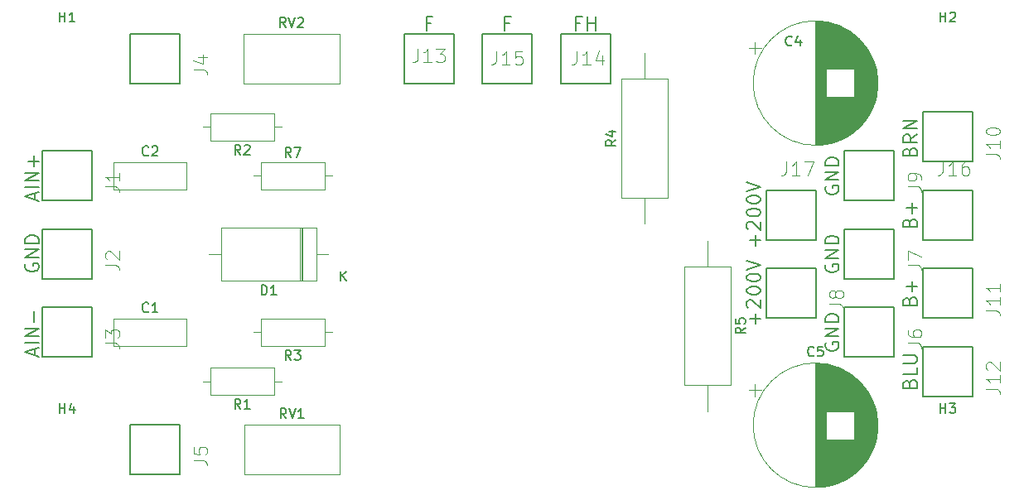
<source format=gbr>
%TF.GenerationSoftware,KiCad,Pcbnew,5.1.6-c6e7f7d~87~ubuntu20.04.1*%
%TF.CreationDate,2020-08-29T22:12:38-04:00*%
%TF.ProjectId,Tube AMP GU17 Power Output Stage,54756265-2041-44d5-9020-475531372050,rev?*%
%TF.SameCoordinates,Original*%
%TF.FileFunction,Legend,Top*%
%TF.FilePolarity,Positive*%
%FSLAX46Y46*%
G04 Gerber Fmt 4.6, Leading zero omitted, Abs format (unit mm)*
G04 Created by KiCad (PCBNEW 5.1.6-c6e7f7d~87~ubuntu20.04.1) date 2020-08-29 22:12:38*
%MOMM*%
%LPD*%
G01*
G04 APERTURE LIST*
%ADD10C,0.127000*%
%ADD11C,0.120000*%
%ADD12C,0.015000*%
%ADD13C,0.150000*%
G04 APERTURE END LIST*
D10*
%TO.C,J17*%
X143460000Y-90460000D02*
X148540000Y-90460000D01*
X148540000Y-90460000D02*
X148540000Y-95540000D01*
X148540000Y-95540000D02*
X143460000Y-95540000D01*
X143460000Y-95540000D02*
X143460000Y-90460000D01*
D11*
%TO.C,RV2*%
X90075000Y-74470000D02*
X99845000Y-74470000D01*
X90075000Y-79540000D02*
X99845000Y-79540000D01*
X90075000Y-74470000D02*
X90075000Y-79540000D01*
X99845000Y-74470000D02*
X99845000Y-79540000D01*
%TO.C,RV1*%
X90115000Y-114470000D02*
X99885000Y-114470000D01*
X90115000Y-119540000D02*
X99885000Y-119540000D01*
X90115000Y-114470000D02*
X90115000Y-119540000D01*
X99885000Y-114470000D02*
X99885000Y-119540000D01*
%TO.C,D1*%
X97505000Y-99725000D02*
X97505000Y-94275000D01*
X97505000Y-94275000D02*
X87735000Y-94275000D01*
X87735000Y-94275000D02*
X87735000Y-99725000D01*
X87735000Y-99725000D02*
X97505000Y-99725000D01*
X98700000Y-97000000D02*
X97505000Y-97000000D01*
X86540000Y-97000000D02*
X87735000Y-97000000D01*
X95955500Y-99725000D02*
X95955500Y-94275000D01*
X95835500Y-99725000D02*
X95835500Y-94275000D01*
X96075500Y-99725000D02*
X96075500Y-94275000D01*
D10*
%TO.C,J16*%
X159460000Y-95540000D02*
X159460000Y-90460000D01*
X164540000Y-95540000D02*
X159460000Y-95540000D01*
X164540000Y-90460000D02*
X164540000Y-95540000D01*
X159460000Y-90460000D02*
X164540000Y-90460000D01*
%TO.C,J15*%
X114460000Y-79540000D02*
X114460000Y-74460000D01*
X119540000Y-79540000D02*
X114460000Y-79540000D01*
X119540000Y-74460000D02*
X119540000Y-79540000D01*
X114460000Y-74460000D02*
X119540000Y-74460000D01*
%TO.C,J14*%
X122460000Y-79540000D02*
X122460000Y-74460000D01*
X127540000Y-79540000D02*
X122460000Y-79540000D01*
X127540000Y-74460000D02*
X127540000Y-79540000D01*
X122460000Y-74460000D02*
X127540000Y-74460000D01*
%TO.C,J13*%
X106460000Y-79540000D02*
X106460000Y-74460000D01*
X111540000Y-79540000D02*
X106460000Y-79540000D01*
X111540000Y-74460000D02*
X111540000Y-79540000D01*
X106460000Y-74460000D02*
X111540000Y-74460000D01*
D11*
%TO.C,R7*%
X99120000Y-89000000D02*
X98350000Y-89000000D01*
X91040000Y-89000000D02*
X91810000Y-89000000D01*
X98350000Y-87630000D02*
X91810000Y-87630000D01*
X98350000Y-90370000D02*
X98350000Y-87630000D01*
X91810000Y-90370000D02*
X98350000Y-90370000D01*
X91810000Y-87630000D02*
X91810000Y-90370000D01*
%TO.C,R3*%
X91040000Y-105000000D02*
X91810000Y-105000000D01*
X99120000Y-105000000D02*
X98350000Y-105000000D01*
X91810000Y-106370000D02*
X98350000Y-106370000D01*
X91810000Y-103630000D02*
X91810000Y-106370000D01*
X98350000Y-103630000D02*
X91810000Y-103630000D01*
X98350000Y-106370000D02*
X98350000Y-103630000D01*
%TO.C,R2*%
X85880000Y-84000000D02*
X86650000Y-84000000D01*
X93960000Y-84000000D02*
X93190000Y-84000000D01*
X86650000Y-85370000D02*
X93190000Y-85370000D01*
X86650000Y-82630000D02*
X86650000Y-85370000D01*
X93190000Y-82630000D02*
X86650000Y-82630000D01*
X93190000Y-85370000D02*
X93190000Y-82630000D01*
%TO.C,R1*%
X85880000Y-110000000D02*
X86650000Y-110000000D01*
X93960000Y-110000000D02*
X93190000Y-110000000D01*
X86650000Y-111370000D02*
X93190000Y-111370000D01*
X86650000Y-108630000D02*
X86650000Y-111370000D01*
X93190000Y-108630000D02*
X86650000Y-108630000D01*
X93190000Y-111370000D02*
X93190000Y-108630000D01*
D10*
%TO.C,J12*%
X159460000Y-106460000D02*
X164540000Y-106460000D01*
X159460000Y-111540000D02*
X159460000Y-106460000D01*
X164540000Y-111540000D02*
X159460000Y-111540000D01*
X164540000Y-106460000D02*
X164540000Y-111540000D01*
%TO.C,J11*%
X159460000Y-98460000D02*
X164540000Y-98460000D01*
X159460000Y-103540000D02*
X159460000Y-98460000D01*
X164540000Y-103540000D02*
X159460000Y-103540000D01*
X164540000Y-98460000D02*
X164540000Y-103540000D01*
%TO.C,J10*%
X159460000Y-82460000D02*
X164540000Y-82460000D01*
X159460000Y-87540000D02*
X159460000Y-82460000D01*
X164540000Y-87540000D02*
X159460000Y-87540000D01*
X164540000Y-82460000D02*
X164540000Y-87540000D01*
%TO.C,J9*%
X151460000Y-86460000D02*
X156540000Y-86460000D01*
X151460000Y-91540000D02*
X151460000Y-86460000D01*
X156540000Y-91540000D02*
X151460000Y-91540000D01*
X156540000Y-86460000D02*
X156540000Y-91540000D01*
%TO.C,J8*%
X143460000Y-98460000D02*
X148540000Y-98460000D01*
X143460000Y-103540000D02*
X143460000Y-98460000D01*
X148540000Y-103540000D02*
X143460000Y-103540000D01*
X148540000Y-98460000D02*
X148540000Y-103540000D01*
%TO.C,J7*%
X151460000Y-94460000D02*
X156540000Y-94460000D01*
X151460000Y-99540000D02*
X151460000Y-94460000D01*
X156540000Y-99540000D02*
X151460000Y-99540000D01*
X156540000Y-94460000D02*
X156540000Y-99540000D01*
%TO.C,J6*%
X151460000Y-102460000D02*
X156540000Y-102460000D01*
X151460000Y-107540000D02*
X151460000Y-102460000D01*
X156540000Y-107540000D02*
X151460000Y-107540000D01*
X156540000Y-102460000D02*
X156540000Y-107540000D01*
%TO.C,J5*%
X78460000Y-114460000D02*
X83540000Y-114460000D01*
X78460000Y-119540000D02*
X78460000Y-114460000D01*
X83540000Y-119540000D02*
X78460000Y-119540000D01*
X83540000Y-114460000D02*
X83540000Y-119540000D01*
%TO.C,J4*%
X78460000Y-74460000D02*
X83540000Y-74460000D01*
X78460000Y-79540000D02*
X78460000Y-74460000D01*
X83540000Y-79540000D02*
X78460000Y-79540000D01*
X83540000Y-74460000D02*
X83540000Y-79540000D01*
D11*
%TO.C,R5*%
X137500000Y-113060000D02*
X137500000Y-110410000D01*
X137500000Y-95620000D02*
X137500000Y-98270000D01*
X139870000Y-110410000D02*
X139870000Y-98270000D01*
X135130000Y-110410000D02*
X139870000Y-110410000D01*
X135130000Y-98270000D02*
X135130000Y-110410000D01*
X139870000Y-98270000D02*
X135130000Y-98270000D01*
%TO.C,R4*%
X131000000Y-76440000D02*
X131000000Y-79090000D01*
X131000000Y-93880000D02*
X131000000Y-91230000D01*
X128630000Y-79090000D02*
X128630000Y-91230000D01*
X133370000Y-79090000D02*
X128630000Y-79090000D01*
X133370000Y-91230000D02*
X133370000Y-79090000D01*
X128630000Y-91230000D02*
X133370000Y-91230000D01*
D10*
%TO.C,J3*%
X69460000Y-102460000D02*
X74540000Y-102460000D01*
X69460000Y-107540000D02*
X69460000Y-102460000D01*
X74540000Y-107540000D02*
X69460000Y-107540000D01*
X74540000Y-102460000D02*
X74540000Y-107540000D01*
%TO.C,J2*%
X69460000Y-94460000D02*
X74540000Y-94460000D01*
X69460000Y-99540000D02*
X69460000Y-94460000D01*
X74540000Y-99540000D02*
X69460000Y-99540000D01*
X74540000Y-94460000D02*
X74540000Y-99540000D01*
%TO.C,J1*%
X69460000Y-86460000D02*
X74540000Y-86460000D01*
X69460000Y-91540000D02*
X69460000Y-86460000D01*
X74540000Y-91540000D02*
X69460000Y-91540000D01*
X74540000Y-86460000D02*
X74540000Y-91540000D01*
D11*
%TO.C,C5*%
X142307918Y-110300000D02*
X142307918Y-111550000D01*
X141682918Y-110925000D02*
X142932918Y-110925000D01*
X154861000Y-114183000D02*
X154861000Y-114817000D01*
X154821000Y-113743000D02*
X154821000Y-115257000D01*
X154781000Y-113472000D02*
X154781000Y-115528000D01*
X154741000Y-113259000D02*
X154741000Y-115741000D01*
X154701000Y-113078000D02*
X154701000Y-115922000D01*
X154661000Y-112917000D02*
X154661000Y-116083000D01*
X154621000Y-112772000D02*
X154621000Y-116228000D01*
X154581000Y-112639000D02*
X154581000Y-116361000D01*
X154541000Y-112516000D02*
X154541000Y-116484000D01*
X154501000Y-112400000D02*
X154501000Y-116600000D01*
X154461000Y-112291000D02*
X154461000Y-116709000D01*
X154421000Y-112188000D02*
X154421000Y-116812000D01*
X154381000Y-112090000D02*
X154381000Y-116910000D01*
X154341000Y-111996000D02*
X154341000Y-117004000D01*
X154301000Y-111906000D02*
X154301000Y-117094000D01*
X154261000Y-111819000D02*
X154261000Y-117181000D01*
X154221000Y-111736000D02*
X154221000Y-117264000D01*
X154181000Y-111656000D02*
X154181000Y-117344000D01*
X154141000Y-111579000D02*
X154141000Y-117421000D01*
X154101000Y-111504000D02*
X154101000Y-117496000D01*
X154061000Y-111431000D02*
X154061000Y-117569000D01*
X154021000Y-111360000D02*
X154021000Y-117640000D01*
X153981000Y-111292000D02*
X153981000Y-117708000D01*
X153941000Y-111225000D02*
X153941000Y-117775000D01*
X153901000Y-111161000D02*
X153901000Y-117839000D01*
X153861000Y-111098000D02*
X153861000Y-117902000D01*
X153821000Y-111036000D02*
X153821000Y-117964000D01*
X153781000Y-110976000D02*
X153781000Y-118024000D01*
X153741000Y-110917000D02*
X153741000Y-118083000D01*
X153701000Y-110860000D02*
X153701000Y-118140000D01*
X153661000Y-110804000D02*
X153661000Y-118196000D01*
X153621000Y-110750000D02*
X153621000Y-118250000D01*
X153581000Y-110696000D02*
X153581000Y-118304000D01*
X153541000Y-110644000D02*
X153541000Y-118356000D01*
X153501000Y-110593000D02*
X153501000Y-118407000D01*
X153461000Y-110543000D02*
X153461000Y-118457000D01*
X153421000Y-110493000D02*
X153421000Y-118507000D01*
X153381000Y-110445000D02*
X153381000Y-118555000D01*
X153341000Y-110398000D02*
X153341000Y-118602000D01*
X153301000Y-110352000D02*
X153301000Y-118648000D01*
X153261000Y-110306000D02*
X153261000Y-118694000D01*
X153221000Y-110262000D02*
X153221000Y-118738000D01*
X153181000Y-110218000D02*
X153181000Y-118782000D01*
X153141000Y-110175000D02*
X153141000Y-118825000D01*
X153101000Y-110133000D02*
X153101000Y-118867000D01*
X153061000Y-110092000D02*
X153061000Y-118908000D01*
X153021000Y-110051000D02*
X153021000Y-118949000D01*
X152981000Y-110011000D02*
X152981000Y-118989000D01*
X152941000Y-109972000D02*
X152941000Y-119028000D01*
X152901000Y-109933000D02*
X152901000Y-119067000D01*
X152861000Y-109895000D02*
X152861000Y-119105000D01*
X152821000Y-109858000D02*
X152821000Y-119142000D01*
X152781000Y-109822000D02*
X152781000Y-119178000D01*
X152741000Y-109786000D02*
X152741000Y-119214000D01*
X152701000Y-109750000D02*
X152701000Y-119250000D01*
X152661000Y-109715000D02*
X152661000Y-119285000D01*
X152621000Y-109681000D02*
X152621000Y-119319000D01*
X152581000Y-109648000D02*
X152581000Y-119352000D01*
X152541000Y-109615000D02*
X152541000Y-119385000D01*
X152501000Y-109582000D02*
X152501000Y-119418000D01*
X152461000Y-109550000D02*
X152461000Y-119450000D01*
X152421000Y-115940000D02*
X152421000Y-119482000D01*
X152421000Y-109518000D02*
X152421000Y-113060000D01*
X152381000Y-115940000D02*
X152381000Y-119512000D01*
X152381000Y-109488000D02*
X152381000Y-113060000D01*
X152341000Y-115940000D02*
X152341000Y-119543000D01*
X152341000Y-109457000D02*
X152341000Y-113060000D01*
X152301000Y-115940000D02*
X152301000Y-119573000D01*
X152301000Y-109427000D02*
X152301000Y-113060000D01*
X152261000Y-115940000D02*
X152261000Y-119602000D01*
X152261000Y-109398000D02*
X152261000Y-113060000D01*
X152221000Y-115940000D02*
X152221000Y-119631000D01*
X152221000Y-109369000D02*
X152221000Y-113060000D01*
X152181000Y-115940000D02*
X152181000Y-119660000D01*
X152181000Y-109340000D02*
X152181000Y-113060000D01*
X152141000Y-115940000D02*
X152141000Y-119688000D01*
X152141000Y-109312000D02*
X152141000Y-113060000D01*
X152101000Y-115940000D02*
X152101000Y-119716000D01*
X152101000Y-109284000D02*
X152101000Y-113060000D01*
X152061000Y-115940000D02*
X152061000Y-119743000D01*
X152061000Y-109257000D02*
X152061000Y-113060000D01*
X152021000Y-115940000D02*
X152021000Y-119770000D01*
X152021000Y-109230000D02*
X152021000Y-113060000D01*
X151981000Y-115940000D02*
X151981000Y-119796000D01*
X151981000Y-109204000D02*
X151981000Y-113060000D01*
X151941000Y-115940000D02*
X151941000Y-119822000D01*
X151941000Y-109178000D02*
X151941000Y-113060000D01*
X151901000Y-115940000D02*
X151901000Y-119847000D01*
X151901000Y-109153000D02*
X151901000Y-113060000D01*
X151861000Y-115940000D02*
X151861000Y-119872000D01*
X151861000Y-109128000D02*
X151861000Y-113060000D01*
X151821000Y-115940000D02*
X151821000Y-119897000D01*
X151821000Y-109103000D02*
X151821000Y-113060000D01*
X151781000Y-115940000D02*
X151781000Y-119921000D01*
X151781000Y-109079000D02*
X151781000Y-113060000D01*
X151741000Y-115940000D02*
X151741000Y-119945000D01*
X151741000Y-109055000D02*
X151741000Y-113060000D01*
X151701000Y-115940000D02*
X151701000Y-119968000D01*
X151701000Y-109032000D02*
X151701000Y-113060000D01*
X151661000Y-115940000D02*
X151661000Y-119991000D01*
X151661000Y-109009000D02*
X151661000Y-113060000D01*
X151621000Y-115940000D02*
X151621000Y-120014000D01*
X151621000Y-108986000D02*
X151621000Y-113060000D01*
X151581000Y-115940000D02*
X151581000Y-120036000D01*
X151581000Y-108964000D02*
X151581000Y-113060000D01*
X151541000Y-115940000D02*
X151541000Y-120058000D01*
X151541000Y-108942000D02*
X151541000Y-113060000D01*
X151501000Y-115940000D02*
X151501000Y-120080000D01*
X151501000Y-108920000D02*
X151501000Y-113060000D01*
X151461000Y-115940000D02*
X151461000Y-120101000D01*
X151461000Y-108899000D02*
X151461000Y-113060000D01*
X151421000Y-115940000D02*
X151421000Y-120122000D01*
X151421000Y-108878000D02*
X151421000Y-113060000D01*
X151381000Y-115940000D02*
X151381000Y-120142000D01*
X151381000Y-108858000D02*
X151381000Y-113060000D01*
X151341000Y-115940000D02*
X151341000Y-120162000D01*
X151341000Y-108838000D02*
X151341000Y-113060000D01*
X151301000Y-115940000D02*
X151301000Y-120182000D01*
X151301000Y-108818000D02*
X151301000Y-113060000D01*
X151261000Y-115940000D02*
X151261000Y-120202000D01*
X151261000Y-108798000D02*
X151261000Y-113060000D01*
X151221000Y-115940000D02*
X151221000Y-120221000D01*
X151221000Y-108779000D02*
X151221000Y-113060000D01*
X151181000Y-115940000D02*
X151181000Y-120239000D01*
X151181000Y-108761000D02*
X151181000Y-113060000D01*
X151141000Y-115940000D02*
X151141000Y-120258000D01*
X151141000Y-108742000D02*
X151141000Y-113060000D01*
X151101000Y-115940000D02*
X151101000Y-120276000D01*
X151101000Y-108724000D02*
X151101000Y-113060000D01*
X151061000Y-115940000D02*
X151061000Y-120293000D01*
X151061000Y-108707000D02*
X151061000Y-113060000D01*
X151021000Y-115940000D02*
X151021000Y-120311000D01*
X151021000Y-108689000D02*
X151021000Y-113060000D01*
X150981000Y-115940000D02*
X150981000Y-120328000D01*
X150981000Y-108672000D02*
X150981000Y-113060000D01*
X150941000Y-115940000D02*
X150941000Y-120345000D01*
X150941000Y-108655000D02*
X150941000Y-113060000D01*
X150901000Y-115940000D02*
X150901000Y-120361000D01*
X150901000Y-108639000D02*
X150901000Y-113060000D01*
X150861000Y-115940000D02*
X150861000Y-120377000D01*
X150861000Y-108623000D02*
X150861000Y-113060000D01*
X150821000Y-115940000D02*
X150821000Y-120393000D01*
X150821000Y-108607000D02*
X150821000Y-113060000D01*
X150781000Y-115940000D02*
X150781000Y-120408000D01*
X150781000Y-108592000D02*
X150781000Y-113060000D01*
X150741000Y-115940000D02*
X150741000Y-120424000D01*
X150741000Y-108576000D02*
X150741000Y-113060000D01*
X150701000Y-115940000D02*
X150701000Y-120439000D01*
X150701000Y-108561000D02*
X150701000Y-113060000D01*
X150661000Y-115940000D02*
X150661000Y-120453000D01*
X150661000Y-108547000D02*
X150661000Y-113060000D01*
X150621000Y-115940000D02*
X150621000Y-120467000D01*
X150621000Y-108533000D02*
X150621000Y-113060000D01*
X150581000Y-115940000D02*
X150581000Y-120481000D01*
X150581000Y-108519000D02*
X150581000Y-113060000D01*
X150541000Y-115940000D02*
X150541000Y-120495000D01*
X150541000Y-108505000D02*
X150541000Y-113060000D01*
X150501000Y-115940000D02*
X150501000Y-120508000D01*
X150501000Y-108492000D02*
X150501000Y-113060000D01*
X150461000Y-115940000D02*
X150461000Y-120521000D01*
X150461000Y-108479000D02*
X150461000Y-113060000D01*
X150421000Y-115940000D02*
X150421000Y-120534000D01*
X150421000Y-108466000D02*
X150421000Y-113060000D01*
X150381000Y-115940000D02*
X150381000Y-120547000D01*
X150381000Y-108453000D02*
X150381000Y-113060000D01*
X150341000Y-115940000D02*
X150341000Y-120559000D01*
X150341000Y-108441000D02*
X150341000Y-113060000D01*
X150301000Y-115940000D02*
X150301000Y-120571000D01*
X150301000Y-108429000D02*
X150301000Y-113060000D01*
X150261000Y-115940000D02*
X150261000Y-120583000D01*
X150261000Y-108417000D02*
X150261000Y-113060000D01*
X150221000Y-115940000D02*
X150221000Y-120594000D01*
X150221000Y-108406000D02*
X150221000Y-113060000D01*
X150181000Y-115940000D02*
X150181000Y-120605000D01*
X150181000Y-108395000D02*
X150181000Y-113060000D01*
X150141000Y-115940000D02*
X150141000Y-120616000D01*
X150141000Y-108384000D02*
X150141000Y-113060000D01*
X150101000Y-115940000D02*
X150101000Y-120626000D01*
X150101000Y-108374000D02*
X150101000Y-113060000D01*
X150061000Y-115940000D02*
X150061000Y-120637000D01*
X150061000Y-108363000D02*
X150061000Y-113060000D01*
X150021000Y-115940000D02*
X150021000Y-120646000D01*
X150021000Y-108354000D02*
X150021000Y-113060000D01*
X149981000Y-115940000D02*
X149981000Y-120656000D01*
X149981000Y-108344000D02*
X149981000Y-113060000D01*
X149941000Y-115940000D02*
X149941000Y-120666000D01*
X149941000Y-108334000D02*
X149941000Y-113060000D01*
X149901000Y-115940000D02*
X149901000Y-120675000D01*
X149901000Y-108325000D02*
X149901000Y-113060000D01*
X149861000Y-115940000D02*
X149861000Y-120684000D01*
X149861000Y-108316000D02*
X149861000Y-113060000D01*
X149821000Y-115940000D02*
X149821000Y-120692000D01*
X149821000Y-108308000D02*
X149821000Y-113060000D01*
X149781000Y-115940000D02*
X149781000Y-120701000D01*
X149781000Y-108299000D02*
X149781000Y-113060000D01*
X149741000Y-115940000D02*
X149741000Y-120709000D01*
X149741000Y-108291000D02*
X149741000Y-113060000D01*
X149701000Y-115940000D02*
X149701000Y-120716000D01*
X149701000Y-108284000D02*
X149701000Y-113060000D01*
X149661000Y-115940000D02*
X149661000Y-120724000D01*
X149661000Y-108276000D02*
X149661000Y-113060000D01*
X149621000Y-115940000D02*
X149621000Y-120731000D01*
X149621000Y-108269000D02*
X149621000Y-113060000D01*
X149581000Y-115940000D02*
X149581000Y-120738000D01*
X149581000Y-108262000D02*
X149581000Y-113060000D01*
X149541000Y-108255000D02*
X149541000Y-120745000D01*
X149501000Y-108248000D02*
X149501000Y-120752000D01*
X149461000Y-108242000D02*
X149461000Y-120758000D01*
X149421000Y-108236000D02*
X149421000Y-120764000D01*
X149381000Y-108231000D02*
X149381000Y-120769000D01*
X149341000Y-108225000D02*
X149341000Y-120775000D01*
X149301000Y-108220000D02*
X149301000Y-120780000D01*
X149261000Y-108215000D02*
X149261000Y-120785000D01*
X149221000Y-108210000D02*
X149221000Y-120790000D01*
X149180000Y-108206000D02*
X149180000Y-120794000D01*
X149140000Y-108202000D02*
X149140000Y-120798000D01*
X149100000Y-108198000D02*
X149100000Y-120802000D01*
X149060000Y-108194000D02*
X149060000Y-120806000D01*
X149020000Y-108191000D02*
X149020000Y-120809000D01*
X148980000Y-108188000D02*
X148980000Y-120812000D01*
X148940000Y-108185000D02*
X148940000Y-120815000D01*
X148900000Y-108182000D02*
X148900000Y-120818000D01*
X148860000Y-108180000D02*
X148860000Y-120820000D01*
X148820000Y-108178000D02*
X148820000Y-120822000D01*
X148780000Y-108176000D02*
X148780000Y-120824000D01*
X148740000Y-108174000D02*
X148740000Y-120826000D01*
X148700000Y-108173000D02*
X148700000Y-120827000D01*
X148660000Y-108172000D02*
X148660000Y-120828000D01*
X148620000Y-108171000D02*
X148620000Y-120829000D01*
X148580000Y-108170000D02*
X148580000Y-120830000D01*
X148540000Y-108170000D02*
X148540000Y-120830000D01*
X148500000Y-108170000D02*
X148500000Y-120830000D01*
X154870000Y-114500000D02*
G75*
G03*
X154870000Y-114500000I-6370000J0D01*
G01*
%TO.C,C4*%
X142307918Y-75300000D02*
X142307918Y-76550000D01*
X141682918Y-75925000D02*
X142932918Y-75925000D01*
X154861000Y-79183000D02*
X154861000Y-79817000D01*
X154821000Y-78743000D02*
X154821000Y-80257000D01*
X154781000Y-78472000D02*
X154781000Y-80528000D01*
X154741000Y-78259000D02*
X154741000Y-80741000D01*
X154701000Y-78078000D02*
X154701000Y-80922000D01*
X154661000Y-77917000D02*
X154661000Y-81083000D01*
X154621000Y-77772000D02*
X154621000Y-81228000D01*
X154581000Y-77639000D02*
X154581000Y-81361000D01*
X154541000Y-77516000D02*
X154541000Y-81484000D01*
X154501000Y-77400000D02*
X154501000Y-81600000D01*
X154461000Y-77291000D02*
X154461000Y-81709000D01*
X154421000Y-77188000D02*
X154421000Y-81812000D01*
X154381000Y-77090000D02*
X154381000Y-81910000D01*
X154341000Y-76996000D02*
X154341000Y-82004000D01*
X154301000Y-76906000D02*
X154301000Y-82094000D01*
X154261000Y-76819000D02*
X154261000Y-82181000D01*
X154221000Y-76736000D02*
X154221000Y-82264000D01*
X154181000Y-76656000D02*
X154181000Y-82344000D01*
X154141000Y-76579000D02*
X154141000Y-82421000D01*
X154101000Y-76504000D02*
X154101000Y-82496000D01*
X154061000Y-76431000D02*
X154061000Y-82569000D01*
X154021000Y-76360000D02*
X154021000Y-82640000D01*
X153981000Y-76292000D02*
X153981000Y-82708000D01*
X153941000Y-76225000D02*
X153941000Y-82775000D01*
X153901000Y-76161000D02*
X153901000Y-82839000D01*
X153861000Y-76098000D02*
X153861000Y-82902000D01*
X153821000Y-76036000D02*
X153821000Y-82964000D01*
X153781000Y-75976000D02*
X153781000Y-83024000D01*
X153741000Y-75917000D02*
X153741000Y-83083000D01*
X153701000Y-75860000D02*
X153701000Y-83140000D01*
X153661000Y-75804000D02*
X153661000Y-83196000D01*
X153621000Y-75750000D02*
X153621000Y-83250000D01*
X153581000Y-75696000D02*
X153581000Y-83304000D01*
X153541000Y-75644000D02*
X153541000Y-83356000D01*
X153501000Y-75593000D02*
X153501000Y-83407000D01*
X153461000Y-75543000D02*
X153461000Y-83457000D01*
X153421000Y-75493000D02*
X153421000Y-83507000D01*
X153381000Y-75445000D02*
X153381000Y-83555000D01*
X153341000Y-75398000D02*
X153341000Y-83602000D01*
X153301000Y-75352000D02*
X153301000Y-83648000D01*
X153261000Y-75306000D02*
X153261000Y-83694000D01*
X153221000Y-75262000D02*
X153221000Y-83738000D01*
X153181000Y-75218000D02*
X153181000Y-83782000D01*
X153141000Y-75175000D02*
X153141000Y-83825000D01*
X153101000Y-75133000D02*
X153101000Y-83867000D01*
X153061000Y-75092000D02*
X153061000Y-83908000D01*
X153021000Y-75051000D02*
X153021000Y-83949000D01*
X152981000Y-75011000D02*
X152981000Y-83989000D01*
X152941000Y-74972000D02*
X152941000Y-84028000D01*
X152901000Y-74933000D02*
X152901000Y-84067000D01*
X152861000Y-74895000D02*
X152861000Y-84105000D01*
X152821000Y-74858000D02*
X152821000Y-84142000D01*
X152781000Y-74822000D02*
X152781000Y-84178000D01*
X152741000Y-74786000D02*
X152741000Y-84214000D01*
X152701000Y-74750000D02*
X152701000Y-84250000D01*
X152661000Y-74715000D02*
X152661000Y-84285000D01*
X152621000Y-74681000D02*
X152621000Y-84319000D01*
X152581000Y-74648000D02*
X152581000Y-84352000D01*
X152541000Y-74615000D02*
X152541000Y-84385000D01*
X152501000Y-74582000D02*
X152501000Y-84418000D01*
X152461000Y-74550000D02*
X152461000Y-84450000D01*
X152421000Y-80940000D02*
X152421000Y-84482000D01*
X152421000Y-74518000D02*
X152421000Y-78060000D01*
X152381000Y-80940000D02*
X152381000Y-84512000D01*
X152381000Y-74488000D02*
X152381000Y-78060000D01*
X152341000Y-80940000D02*
X152341000Y-84543000D01*
X152341000Y-74457000D02*
X152341000Y-78060000D01*
X152301000Y-80940000D02*
X152301000Y-84573000D01*
X152301000Y-74427000D02*
X152301000Y-78060000D01*
X152261000Y-80940000D02*
X152261000Y-84602000D01*
X152261000Y-74398000D02*
X152261000Y-78060000D01*
X152221000Y-80940000D02*
X152221000Y-84631000D01*
X152221000Y-74369000D02*
X152221000Y-78060000D01*
X152181000Y-80940000D02*
X152181000Y-84660000D01*
X152181000Y-74340000D02*
X152181000Y-78060000D01*
X152141000Y-80940000D02*
X152141000Y-84688000D01*
X152141000Y-74312000D02*
X152141000Y-78060000D01*
X152101000Y-80940000D02*
X152101000Y-84716000D01*
X152101000Y-74284000D02*
X152101000Y-78060000D01*
X152061000Y-80940000D02*
X152061000Y-84743000D01*
X152061000Y-74257000D02*
X152061000Y-78060000D01*
X152021000Y-80940000D02*
X152021000Y-84770000D01*
X152021000Y-74230000D02*
X152021000Y-78060000D01*
X151981000Y-80940000D02*
X151981000Y-84796000D01*
X151981000Y-74204000D02*
X151981000Y-78060000D01*
X151941000Y-80940000D02*
X151941000Y-84822000D01*
X151941000Y-74178000D02*
X151941000Y-78060000D01*
X151901000Y-80940000D02*
X151901000Y-84847000D01*
X151901000Y-74153000D02*
X151901000Y-78060000D01*
X151861000Y-80940000D02*
X151861000Y-84872000D01*
X151861000Y-74128000D02*
X151861000Y-78060000D01*
X151821000Y-80940000D02*
X151821000Y-84897000D01*
X151821000Y-74103000D02*
X151821000Y-78060000D01*
X151781000Y-80940000D02*
X151781000Y-84921000D01*
X151781000Y-74079000D02*
X151781000Y-78060000D01*
X151741000Y-80940000D02*
X151741000Y-84945000D01*
X151741000Y-74055000D02*
X151741000Y-78060000D01*
X151701000Y-80940000D02*
X151701000Y-84968000D01*
X151701000Y-74032000D02*
X151701000Y-78060000D01*
X151661000Y-80940000D02*
X151661000Y-84991000D01*
X151661000Y-74009000D02*
X151661000Y-78060000D01*
X151621000Y-80940000D02*
X151621000Y-85014000D01*
X151621000Y-73986000D02*
X151621000Y-78060000D01*
X151581000Y-80940000D02*
X151581000Y-85036000D01*
X151581000Y-73964000D02*
X151581000Y-78060000D01*
X151541000Y-80940000D02*
X151541000Y-85058000D01*
X151541000Y-73942000D02*
X151541000Y-78060000D01*
X151501000Y-80940000D02*
X151501000Y-85080000D01*
X151501000Y-73920000D02*
X151501000Y-78060000D01*
X151461000Y-80940000D02*
X151461000Y-85101000D01*
X151461000Y-73899000D02*
X151461000Y-78060000D01*
X151421000Y-80940000D02*
X151421000Y-85122000D01*
X151421000Y-73878000D02*
X151421000Y-78060000D01*
X151381000Y-80940000D02*
X151381000Y-85142000D01*
X151381000Y-73858000D02*
X151381000Y-78060000D01*
X151341000Y-80940000D02*
X151341000Y-85162000D01*
X151341000Y-73838000D02*
X151341000Y-78060000D01*
X151301000Y-80940000D02*
X151301000Y-85182000D01*
X151301000Y-73818000D02*
X151301000Y-78060000D01*
X151261000Y-80940000D02*
X151261000Y-85202000D01*
X151261000Y-73798000D02*
X151261000Y-78060000D01*
X151221000Y-80940000D02*
X151221000Y-85221000D01*
X151221000Y-73779000D02*
X151221000Y-78060000D01*
X151181000Y-80940000D02*
X151181000Y-85239000D01*
X151181000Y-73761000D02*
X151181000Y-78060000D01*
X151141000Y-80940000D02*
X151141000Y-85258000D01*
X151141000Y-73742000D02*
X151141000Y-78060000D01*
X151101000Y-80940000D02*
X151101000Y-85276000D01*
X151101000Y-73724000D02*
X151101000Y-78060000D01*
X151061000Y-80940000D02*
X151061000Y-85293000D01*
X151061000Y-73707000D02*
X151061000Y-78060000D01*
X151021000Y-80940000D02*
X151021000Y-85311000D01*
X151021000Y-73689000D02*
X151021000Y-78060000D01*
X150981000Y-80940000D02*
X150981000Y-85328000D01*
X150981000Y-73672000D02*
X150981000Y-78060000D01*
X150941000Y-80940000D02*
X150941000Y-85345000D01*
X150941000Y-73655000D02*
X150941000Y-78060000D01*
X150901000Y-80940000D02*
X150901000Y-85361000D01*
X150901000Y-73639000D02*
X150901000Y-78060000D01*
X150861000Y-80940000D02*
X150861000Y-85377000D01*
X150861000Y-73623000D02*
X150861000Y-78060000D01*
X150821000Y-80940000D02*
X150821000Y-85393000D01*
X150821000Y-73607000D02*
X150821000Y-78060000D01*
X150781000Y-80940000D02*
X150781000Y-85408000D01*
X150781000Y-73592000D02*
X150781000Y-78060000D01*
X150741000Y-80940000D02*
X150741000Y-85424000D01*
X150741000Y-73576000D02*
X150741000Y-78060000D01*
X150701000Y-80940000D02*
X150701000Y-85439000D01*
X150701000Y-73561000D02*
X150701000Y-78060000D01*
X150661000Y-80940000D02*
X150661000Y-85453000D01*
X150661000Y-73547000D02*
X150661000Y-78060000D01*
X150621000Y-80940000D02*
X150621000Y-85467000D01*
X150621000Y-73533000D02*
X150621000Y-78060000D01*
X150581000Y-80940000D02*
X150581000Y-85481000D01*
X150581000Y-73519000D02*
X150581000Y-78060000D01*
X150541000Y-80940000D02*
X150541000Y-85495000D01*
X150541000Y-73505000D02*
X150541000Y-78060000D01*
X150501000Y-80940000D02*
X150501000Y-85508000D01*
X150501000Y-73492000D02*
X150501000Y-78060000D01*
X150461000Y-80940000D02*
X150461000Y-85521000D01*
X150461000Y-73479000D02*
X150461000Y-78060000D01*
X150421000Y-80940000D02*
X150421000Y-85534000D01*
X150421000Y-73466000D02*
X150421000Y-78060000D01*
X150381000Y-80940000D02*
X150381000Y-85547000D01*
X150381000Y-73453000D02*
X150381000Y-78060000D01*
X150341000Y-80940000D02*
X150341000Y-85559000D01*
X150341000Y-73441000D02*
X150341000Y-78060000D01*
X150301000Y-80940000D02*
X150301000Y-85571000D01*
X150301000Y-73429000D02*
X150301000Y-78060000D01*
X150261000Y-80940000D02*
X150261000Y-85583000D01*
X150261000Y-73417000D02*
X150261000Y-78060000D01*
X150221000Y-80940000D02*
X150221000Y-85594000D01*
X150221000Y-73406000D02*
X150221000Y-78060000D01*
X150181000Y-80940000D02*
X150181000Y-85605000D01*
X150181000Y-73395000D02*
X150181000Y-78060000D01*
X150141000Y-80940000D02*
X150141000Y-85616000D01*
X150141000Y-73384000D02*
X150141000Y-78060000D01*
X150101000Y-80940000D02*
X150101000Y-85626000D01*
X150101000Y-73374000D02*
X150101000Y-78060000D01*
X150061000Y-80940000D02*
X150061000Y-85637000D01*
X150061000Y-73363000D02*
X150061000Y-78060000D01*
X150021000Y-80940000D02*
X150021000Y-85646000D01*
X150021000Y-73354000D02*
X150021000Y-78060000D01*
X149981000Y-80940000D02*
X149981000Y-85656000D01*
X149981000Y-73344000D02*
X149981000Y-78060000D01*
X149941000Y-80940000D02*
X149941000Y-85666000D01*
X149941000Y-73334000D02*
X149941000Y-78060000D01*
X149901000Y-80940000D02*
X149901000Y-85675000D01*
X149901000Y-73325000D02*
X149901000Y-78060000D01*
X149861000Y-80940000D02*
X149861000Y-85684000D01*
X149861000Y-73316000D02*
X149861000Y-78060000D01*
X149821000Y-80940000D02*
X149821000Y-85692000D01*
X149821000Y-73308000D02*
X149821000Y-78060000D01*
X149781000Y-80940000D02*
X149781000Y-85701000D01*
X149781000Y-73299000D02*
X149781000Y-78060000D01*
X149741000Y-80940000D02*
X149741000Y-85709000D01*
X149741000Y-73291000D02*
X149741000Y-78060000D01*
X149701000Y-80940000D02*
X149701000Y-85716000D01*
X149701000Y-73284000D02*
X149701000Y-78060000D01*
X149661000Y-80940000D02*
X149661000Y-85724000D01*
X149661000Y-73276000D02*
X149661000Y-78060000D01*
X149621000Y-80940000D02*
X149621000Y-85731000D01*
X149621000Y-73269000D02*
X149621000Y-78060000D01*
X149581000Y-80940000D02*
X149581000Y-85738000D01*
X149581000Y-73262000D02*
X149581000Y-78060000D01*
X149541000Y-73255000D02*
X149541000Y-85745000D01*
X149501000Y-73248000D02*
X149501000Y-85752000D01*
X149461000Y-73242000D02*
X149461000Y-85758000D01*
X149421000Y-73236000D02*
X149421000Y-85764000D01*
X149381000Y-73231000D02*
X149381000Y-85769000D01*
X149341000Y-73225000D02*
X149341000Y-85775000D01*
X149301000Y-73220000D02*
X149301000Y-85780000D01*
X149261000Y-73215000D02*
X149261000Y-85785000D01*
X149221000Y-73210000D02*
X149221000Y-85790000D01*
X149180000Y-73206000D02*
X149180000Y-85794000D01*
X149140000Y-73202000D02*
X149140000Y-85798000D01*
X149100000Y-73198000D02*
X149100000Y-85802000D01*
X149060000Y-73194000D02*
X149060000Y-85806000D01*
X149020000Y-73191000D02*
X149020000Y-85809000D01*
X148980000Y-73188000D02*
X148980000Y-85812000D01*
X148940000Y-73185000D02*
X148940000Y-85815000D01*
X148900000Y-73182000D02*
X148900000Y-85818000D01*
X148860000Y-73180000D02*
X148860000Y-85820000D01*
X148820000Y-73178000D02*
X148820000Y-85822000D01*
X148780000Y-73176000D02*
X148780000Y-85824000D01*
X148740000Y-73174000D02*
X148740000Y-85826000D01*
X148700000Y-73173000D02*
X148700000Y-85827000D01*
X148660000Y-73172000D02*
X148660000Y-85828000D01*
X148620000Y-73171000D02*
X148620000Y-85829000D01*
X148580000Y-73170000D02*
X148580000Y-85830000D01*
X148540000Y-73170000D02*
X148540000Y-85830000D01*
X148500000Y-73170000D02*
X148500000Y-85830000D01*
X154870000Y-79500000D02*
G75*
G03*
X154870000Y-79500000I-6370000J0D01*
G01*
%TO.C,C2*%
X84220000Y-87630000D02*
X84220000Y-90370000D01*
X76780000Y-87630000D02*
X76780000Y-90370000D01*
X76780000Y-90370000D02*
X84220000Y-90370000D01*
X76780000Y-87630000D02*
X84220000Y-87630000D01*
%TO.C,C1*%
X84220000Y-103630000D02*
X84220000Y-106370000D01*
X76780000Y-103630000D02*
X76780000Y-106370000D01*
X76780000Y-106370000D02*
X84220000Y-106370000D01*
X76780000Y-103630000D02*
X84220000Y-103630000D01*
%TO.C,J17*%
D12*
X145501461Y-87531976D02*
X145501461Y-88532409D01*
X145434765Y-88732495D01*
X145301374Y-88865886D01*
X145101287Y-88932582D01*
X144967896Y-88932582D01*
X146902067Y-88932582D02*
X146101720Y-88932582D01*
X146501893Y-88932582D02*
X146501893Y-87531976D01*
X146368502Y-87732063D01*
X146235111Y-87865454D01*
X146101720Y-87932149D01*
X147368935Y-87531976D02*
X148302673Y-87531976D01*
X147702413Y-88932582D01*
D13*
X142350182Y-96139060D02*
X142350182Y-95070444D01*
X142884490Y-95604752D02*
X141815874Y-95604752D01*
X141615509Y-94469347D02*
X141548720Y-94402559D01*
X141481931Y-94268981D01*
X141481931Y-93935039D01*
X141548720Y-93801462D01*
X141615509Y-93734673D01*
X141749086Y-93667885D01*
X141882663Y-93667885D01*
X142083028Y-93734673D01*
X142884490Y-94536136D01*
X142884490Y-93667885D01*
X141481931Y-92799634D02*
X141481931Y-92666057D01*
X141548720Y-92532480D01*
X141615509Y-92465691D01*
X141749086Y-92398903D01*
X142016240Y-92332114D01*
X142350182Y-92332114D01*
X142617336Y-92398903D01*
X142750913Y-92465691D01*
X142817702Y-92532480D01*
X142884490Y-92666057D01*
X142884490Y-92799634D01*
X142817702Y-92933211D01*
X142750913Y-93000000D01*
X142617336Y-93066788D01*
X142350182Y-93133577D01*
X142016240Y-93133577D01*
X141749086Y-93066788D01*
X141615509Y-93000000D01*
X141548720Y-92933211D01*
X141481931Y-92799634D01*
X141481931Y-91463863D02*
X141481931Y-91330286D01*
X141548720Y-91196709D01*
X141615509Y-91129921D01*
X141749086Y-91063132D01*
X142016240Y-90996344D01*
X142350182Y-90996344D01*
X142617336Y-91063132D01*
X142750913Y-91129921D01*
X142817702Y-91196709D01*
X142884490Y-91330286D01*
X142884490Y-91463863D01*
X142817702Y-91597441D01*
X142750913Y-91664229D01*
X142617336Y-91731018D01*
X142350182Y-91797806D01*
X142016240Y-91797806D01*
X141749086Y-91731018D01*
X141615509Y-91664229D01*
X141548720Y-91597441D01*
X141481931Y-91463863D01*
X141481931Y-90595613D02*
X142884490Y-90128093D01*
X141481931Y-89660573D01*
%TO.C,RV2*%
X94364761Y-73792380D02*
X94031428Y-73316190D01*
X93793333Y-73792380D02*
X93793333Y-72792380D01*
X94174285Y-72792380D01*
X94269523Y-72840000D01*
X94317142Y-72887619D01*
X94364761Y-72982857D01*
X94364761Y-73125714D01*
X94317142Y-73220952D01*
X94269523Y-73268571D01*
X94174285Y-73316190D01*
X93793333Y-73316190D01*
X94650476Y-72792380D02*
X94983809Y-73792380D01*
X95317142Y-72792380D01*
X95602857Y-72887619D02*
X95650476Y-72840000D01*
X95745714Y-72792380D01*
X95983809Y-72792380D01*
X96079047Y-72840000D01*
X96126666Y-72887619D01*
X96174285Y-72982857D01*
X96174285Y-73078095D01*
X96126666Y-73220952D01*
X95555238Y-73792380D01*
X96174285Y-73792380D01*
%TO.C,RV1*%
X94404761Y-113792380D02*
X94071428Y-113316190D01*
X93833333Y-113792380D02*
X93833333Y-112792380D01*
X94214285Y-112792380D01*
X94309523Y-112840000D01*
X94357142Y-112887619D01*
X94404761Y-112982857D01*
X94404761Y-113125714D01*
X94357142Y-113220952D01*
X94309523Y-113268571D01*
X94214285Y-113316190D01*
X93833333Y-113316190D01*
X94690476Y-112792380D02*
X95023809Y-113792380D01*
X95357142Y-112792380D01*
X96214285Y-113792380D02*
X95642857Y-113792380D01*
X95928571Y-113792380D02*
X95928571Y-112792380D01*
X95833333Y-112935238D01*
X95738095Y-113030476D01*
X95642857Y-113078095D01*
%TO.C,D1*%
X91881904Y-101177380D02*
X91881904Y-100177380D01*
X92120000Y-100177380D01*
X92262857Y-100225000D01*
X92358095Y-100320238D01*
X92405714Y-100415476D01*
X92453333Y-100605952D01*
X92453333Y-100748809D01*
X92405714Y-100939285D01*
X92358095Y-101034523D01*
X92262857Y-101129761D01*
X92120000Y-101177380D01*
X91881904Y-101177380D01*
X93405714Y-101177380D02*
X92834285Y-101177380D01*
X93120000Y-101177380D02*
X93120000Y-100177380D01*
X93024761Y-100320238D01*
X92929523Y-100415476D01*
X92834285Y-100463095D01*
X99978095Y-99752380D02*
X99978095Y-98752380D01*
X100549523Y-99752380D02*
X100120952Y-99180952D01*
X100549523Y-98752380D02*
X99978095Y-99323809D01*
%TO.C,J16*%
D12*
X161501461Y-87531976D02*
X161501461Y-88532409D01*
X161434765Y-88732495D01*
X161301374Y-88865886D01*
X161101287Y-88932582D01*
X160967896Y-88932582D01*
X162902067Y-88932582D02*
X162101720Y-88932582D01*
X162501893Y-88932582D02*
X162501893Y-87531976D01*
X162368502Y-87732063D01*
X162235111Y-87865454D01*
X162101720Y-87932149D01*
X164102586Y-87531976D02*
X163835804Y-87531976D01*
X163702413Y-87598672D01*
X163635717Y-87665367D01*
X163502326Y-87865454D01*
X163435631Y-88132236D01*
X163435631Y-88665800D01*
X163502326Y-88799191D01*
X163569022Y-88865886D01*
X163702413Y-88932582D01*
X163969195Y-88932582D01*
X164102586Y-88865886D01*
X164169282Y-88799191D01*
X164235977Y-88665800D01*
X164235977Y-88332322D01*
X164169282Y-88198931D01*
X164102586Y-88132236D01*
X163969195Y-88065540D01*
X163702413Y-88065540D01*
X163569022Y-88132236D01*
X163502326Y-88198931D01*
X163435631Y-88332322D01*
D13*
X158149817Y-93768068D02*
X158216605Y-93567702D01*
X158283394Y-93500913D01*
X158416971Y-93434125D01*
X158617336Y-93434125D01*
X158750913Y-93500913D01*
X158817702Y-93567702D01*
X158884490Y-93701279D01*
X158884490Y-94235587D01*
X157481931Y-94235587D01*
X157481931Y-93768068D01*
X157548720Y-93634490D01*
X157615509Y-93567702D01*
X157749086Y-93500913D01*
X157882663Y-93500913D01*
X158016240Y-93567702D01*
X158083028Y-93634490D01*
X158149817Y-93768068D01*
X158149817Y-94235587D01*
X158350182Y-92833028D02*
X158350182Y-91764412D01*
X158884490Y-92298720D02*
X157815874Y-92298720D01*
%TO.C,J15*%
D12*
X115866176Y-76233001D02*
X115866176Y-77233434D01*
X115799480Y-77433520D01*
X115666089Y-77566911D01*
X115466002Y-77633607D01*
X115332611Y-77633607D01*
X117266782Y-77633607D02*
X116466435Y-77633607D01*
X116866608Y-77633607D02*
X116866608Y-76233001D01*
X116733217Y-76433088D01*
X116599826Y-76566479D01*
X116466435Y-76633174D01*
X118533997Y-76233001D02*
X117867041Y-76233001D01*
X117800346Y-76899956D01*
X117867041Y-76833261D01*
X118000432Y-76766565D01*
X118333910Y-76766565D01*
X118467301Y-76833261D01*
X118533997Y-76899956D01*
X118600692Y-77033347D01*
X118600692Y-77366825D01*
X118533997Y-77500216D01*
X118467301Y-77566911D01*
X118333910Y-77633607D01*
X118000432Y-77633607D01*
X117867041Y-77566911D01*
X117800346Y-77500216D01*
D13*
X117200365Y-73399817D02*
X116732845Y-73399817D01*
X116732845Y-74134490D02*
X116732845Y-72731931D01*
X117400731Y-72731931D01*
%TO.C,J14*%
D12*
X124116176Y-76233001D02*
X124116176Y-77233434D01*
X124049480Y-77433520D01*
X123916089Y-77566911D01*
X123716002Y-77633607D01*
X123582611Y-77633607D01*
X125516782Y-77633607D02*
X124716435Y-77633607D01*
X125116608Y-77633607D02*
X125116608Y-76233001D01*
X124983217Y-76433088D01*
X124849826Y-76566479D01*
X124716435Y-76633174D01*
X126717301Y-76699870D02*
X126717301Y-77633607D01*
X126383823Y-76166305D02*
X126050346Y-77166738D01*
X126917388Y-77166738D01*
D13*
X124465691Y-73399817D02*
X123998172Y-73399817D01*
X123998172Y-74134490D02*
X123998172Y-72731931D01*
X124666057Y-72731931D01*
X125200365Y-74134490D02*
X125200365Y-72731931D01*
X125200365Y-73399817D02*
X126001827Y-73399817D01*
X126001827Y-74134490D02*
X126001827Y-72731931D01*
%TO.C,J13*%
D12*
X107866176Y-75983001D02*
X107866176Y-76983434D01*
X107799480Y-77183520D01*
X107666089Y-77316911D01*
X107466002Y-77383607D01*
X107332611Y-77383607D01*
X109266782Y-77383607D02*
X108466435Y-77383607D01*
X108866608Y-77383607D02*
X108866608Y-75983001D01*
X108733217Y-76183088D01*
X108599826Y-76316479D01*
X108466435Y-76383174D01*
X109733650Y-75983001D02*
X110600692Y-75983001D01*
X110133823Y-76516565D01*
X110333910Y-76516565D01*
X110467301Y-76583261D01*
X110533997Y-76649956D01*
X110600692Y-76783347D01*
X110600692Y-77116825D01*
X110533997Y-77250216D01*
X110467301Y-77316911D01*
X110333910Y-77383607D01*
X109933737Y-77383607D01*
X109800346Y-77316911D01*
X109733650Y-77250216D01*
D13*
X109200365Y-73399817D02*
X108732845Y-73399817D01*
X108732845Y-74134490D02*
X108732845Y-72731931D01*
X109400731Y-72731931D01*
%TO.C,H4*%
X71238095Y-113252380D02*
X71238095Y-112252380D01*
X71238095Y-112728571D02*
X71809523Y-112728571D01*
X71809523Y-113252380D02*
X71809523Y-112252380D01*
X72714285Y-112585714D02*
X72714285Y-113252380D01*
X72476190Y-112204761D02*
X72238095Y-112919047D01*
X72857142Y-112919047D01*
%TO.C,H3*%
X161238095Y-113252380D02*
X161238095Y-112252380D01*
X161238095Y-112728571D02*
X161809523Y-112728571D01*
X161809523Y-113252380D02*
X161809523Y-112252380D01*
X162190476Y-112252380D02*
X162809523Y-112252380D01*
X162476190Y-112633333D01*
X162619047Y-112633333D01*
X162714285Y-112680952D01*
X162761904Y-112728571D01*
X162809523Y-112823809D01*
X162809523Y-113061904D01*
X162761904Y-113157142D01*
X162714285Y-113204761D01*
X162619047Y-113252380D01*
X162333333Y-113252380D01*
X162238095Y-113204761D01*
X162190476Y-113157142D01*
%TO.C,H2*%
X161238095Y-73252380D02*
X161238095Y-72252380D01*
X161238095Y-72728571D02*
X161809523Y-72728571D01*
X161809523Y-73252380D02*
X161809523Y-72252380D01*
X162238095Y-72347619D02*
X162285714Y-72300000D01*
X162380952Y-72252380D01*
X162619047Y-72252380D01*
X162714285Y-72300000D01*
X162761904Y-72347619D01*
X162809523Y-72442857D01*
X162809523Y-72538095D01*
X162761904Y-72680952D01*
X162190476Y-73252380D01*
X162809523Y-73252380D01*
%TO.C,H1*%
X71238095Y-73252380D02*
X71238095Y-72252380D01*
X71238095Y-72728571D02*
X71809523Y-72728571D01*
X71809523Y-73252380D02*
X71809523Y-72252380D01*
X72809523Y-73252380D02*
X72238095Y-73252380D01*
X72523809Y-73252380D02*
X72523809Y-72252380D01*
X72428571Y-72395238D01*
X72333333Y-72490476D01*
X72238095Y-72538095D01*
%TO.C,R7*%
X94913333Y-87082380D02*
X94580000Y-86606190D01*
X94341904Y-87082380D02*
X94341904Y-86082380D01*
X94722857Y-86082380D01*
X94818095Y-86130000D01*
X94865714Y-86177619D01*
X94913333Y-86272857D01*
X94913333Y-86415714D01*
X94865714Y-86510952D01*
X94818095Y-86558571D01*
X94722857Y-86606190D01*
X94341904Y-86606190D01*
X95246666Y-86082380D02*
X95913333Y-86082380D01*
X95484761Y-87082380D01*
%TO.C,R3*%
X94913333Y-107822380D02*
X94580000Y-107346190D01*
X94341904Y-107822380D02*
X94341904Y-106822380D01*
X94722857Y-106822380D01*
X94818095Y-106870000D01*
X94865714Y-106917619D01*
X94913333Y-107012857D01*
X94913333Y-107155714D01*
X94865714Y-107250952D01*
X94818095Y-107298571D01*
X94722857Y-107346190D01*
X94341904Y-107346190D01*
X95246666Y-106822380D02*
X95865714Y-106822380D01*
X95532380Y-107203333D01*
X95675238Y-107203333D01*
X95770476Y-107250952D01*
X95818095Y-107298571D01*
X95865714Y-107393809D01*
X95865714Y-107631904D01*
X95818095Y-107727142D01*
X95770476Y-107774761D01*
X95675238Y-107822380D01*
X95389523Y-107822380D01*
X95294285Y-107774761D01*
X95246666Y-107727142D01*
%TO.C,R2*%
X89753333Y-86822380D02*
X89420000Y-86346190D01*
X89181904Y-86822380D02*
X89181904Y-85822380D01*
X89562857Y-85822380D01*
X89658095Y-85870000D01*
X89705714Y-85917619D01*
X89753333Y-86012857D01*
X89753333Y-86155714D01*
X89705714Y-86250952D01*
X89658095Y-86298571D01*
X89562857Y-86346190D01*
X89181904Y-86346190D01*
X90134285Y-85917619D02*
X90181904Y-85870000D01*
X90277142Y-85822380D01*
X90515238Y-85822380D01*
X90610476Y-85870000D01*
X90658095Y-85917619D01*
X90705714Y-86012857D01*
X90705714Y-86108095D01*
X90658095Y-86250952D01*
X90086666Y-86822380D01*
X90705714Y-86822380D01*
%TO.C,R1*%
X89753333Y-112822380D02*
X89420000Y-112346190D01*
X89181904Y-112822380D02*
X89181904Y-111822380D01*
X89562857Y-111822380D01*
X89658095Y-111870000D01*
X89705714Y-111917619D01*
X89753333Y-112012857D01*
X89753333Y-112155714D01*
X89705714Y-112250952D01*
X89658095Y-112298571D01*
X89562857Y-112346190D01*
X89181904Y-112346190D01*
X90705714Y-112822380D02*
X90134285Y-112822380D01*
X90420000Y-112822380D02*
X90420000Y-111822380D01*
X90324761Y-111965238D01*
X90229523Y-112060476D01*
X90134285Y-112108095D01*
%TO.C,J12*%
D12*
X165934026Y-110769108D02*
X166934459Y-110769108D01*
X167134545Y-110835804D01*
X167267936Y-110969195D01*
X167334632Y-111169282D01*
X167334632Y-111302673D01*
X167334632Y-109368502D02*
X167334632Y-110168849D01*
X167334632Y-109768676D02*
X165934026Y-109768676D01*
X166134113Y-109902067D01*
X166267504Y-110035458D01*
X166334199Y-110168849D01*
X166067417Y-108834938D02*
X166000722Y-108768243D01*
X165934026Y-108634852D01*
X165934026Y-108301374D01*
X166000722Y-108167983D01*
X166067417Y-108101287D01*
X166200808Y-108034592D01*
X166334199Y-108034592D01*
X166534286Y-108101287D01*
X167334632Y-108901634D01*
X167334632Y-108034592D01*
D13*
X158149817Y-110232193D02*
X158216605Y-110031827D01*
X158283394Y-109965039D01*
X158416971Y-109898250D01*
X158617336Y-109898250D01*
X158750913Y-109965039D01*
X158817702Y-110031827D01*
X158884490Y-110165404D01*
X158884490Y-110699713D01*
X157481931Y-110699713D01*
X157481931Y-110232193D01*
X157548720Y-110098616D01*
X157615509Y-110031827D01*
X157749086Y-109965039D01*
X157882663Y-109965039D01*
X158016240Y-110031827D01*
X158083028Y-110098616D01*
X158149817Y-110232193D01*
X158149817Y-110699713D01*
X158884490Y-108629268D02*
X158884490Y-109297154D01*
X157481931Y-109297154D01*
X157481931Y-108161749D02*
X158617336Y-108161749D01*
X158750913Y-108094960D01*
X158817702Y-108028172D01*
X158884490Y-107894595D01*
X158884490Y-107627441D01*
X158817702Y-107493863D01*
X158750913Y-107427075D01*
X158617336Y-107360286D01*
X157481931Y-107360286D01*
%TO.C,J11*%
D12*
X165934026Y-102769108D02*
X166934459Y-102769108D01*
X167134545Y-102835804D01*
X167267936Y-102969195D01*
X167334632Y-103169282D01*
X167334632Y-103302673D01*
X167334632Y-101368502D02*
X167334632Y-102168849D01*
X167334632Y-101768676D02*
X165934026Y-101768676D01*
X166134113Y-101902067D01*
X166267504Y-102035458D01*
X166334199Y-102168849D01*
X167334632Y-100034592D02*
X167334632Y-100834938D01*
X167334632Y-100434765D02*
X165934026Y-100434765D01*
X166134113Y-100568156D01*
X166267504Y-100701547D01*
X166334199Y-100834938D01*
D13*
X158149817Y-101778068D02*
X158216605Y-101577702D01*
X158283394Y-101510913D01*
X158416971Y-101444125D01*
X158617336Y-101444125D01*
X158750913Y-101510913D01*
X158817702Y-101577702D01*
X158884490Y-101711279D01*
X158884490Y-102245587D01*
X157481931Y-102245587D01*
X157481931Y-101778068D01*
X157548720Y-101644490D01*
X157615509Y-101577702D01*
X157749086Y-101510913D01*
X157882663Y-101510913D01*
X158016240Y-101577702D01*
X158083028Y-101644490D01*
X158149817Y-101778068D01*
X158149817Y-102245587D01*
X158350182Y-100843028D02*
X158350182Y-99774412D01*
X158884490Y-100308720D02*
X157815874Y-100308720D01*
%TO.C,J10*%
D12*
X165934026Y-86769108D02*
X166934459Y-86769108D01*
X167134545Y-86835804D01*
X167267936Y-86969195D01*
X167334632Y-87169282D01*
X167334632Y-87302673D01*
X167334632Y-85368502D02*
X167334632Y-86168849D01*
X167334632Y-85768676D02*
X165934026Y-85768676D01*
X166134113Y-85902067D01*
X166267504Y-86035458D01*
X166334199Y-86168849D01*
X165934026Y-84501461D02*
X165934026Y-84368070D01*
X166000722Y-84234679D01*
X166067417Y-84167983D01*
X166200808Y-84101287D01*
X166467590Y-84034592D01*
X166801068Y-84034592D01*
X167067850Y-84101287D01*
X167201241Y-84167983D01*
X167267936Y-84234679D01*
X167334632Y-84368070D01*
X167334632Y-84501461D01*
X167267936Y-84634852D01*
X167201241Y-84701547D01*
X167067850Y-84768243D01*
X166801068Y-84834938D01*
X166467590Y-84834938D01*
X166200808Y-84768243D01*
X166067417Y-84701547D01*
X166000722Y-84634852D01*
X165934026Y-84501461D01*
D13*
X158149817Y-86495770D02*
X158216605Y-86295404D01*
X158283394Y-86228616D01*
X158416971Y-86161827D01*
X158617336Y-86161827D01*
X158750913Y-86228616D01*
X158817702Y-86295404D01*
X158884490Y-86428981D01*
X158884490Y-86963290D01*
X157481931Y-86963290D01*
X157481931Y-86495770D01*
X157548720Y-86362193D01*
X157615509Y-86295404D01*
X157749086Y-86228616D01*
X157882663Y-86228616D01*
X158016240Y-86295404D01*
X158083028Y-86362193D01*
X158149817Y-86495770D01*
X158149817Y-86963290D01*
X158884490Y-84759268D02*
X158216605Y-85226788D01*
X158884490Y-85560731D02*
X157481931Y-85560731D01*
X157481931Y-85026422D01*
X157548720Y-84892845D01*
X157615509Y-84826057D01*
X157749086Y-84759268D01*
X157949451Y-84759268D01*
X158083028Y-84826057D01*
X158149817Y-84892845D01*
X158216605Y-85026422D01*
X158216605Y-85560731D01*
X158884490Y-84158172D02*
X157481931Y-84158172D01*
X158884490Y-83356709D01*
X157481931Y-83356709D01*
%TO.C,J9*%
D12*
X157934026Y-90102153D02*
X158934459Y-90102153D01*
X159134545Y-90168849D01*
X159267936Y-90302240D01*
X159334632Y-90502326D01*
X159334632Y-90635717D01*
X159334632Y-89368502D02*
X159334632Y-89101720D01*
X159267936Y-88968329D01*
X159201241Y-88901634D01*
X159001154Y-88768243D01*
X158734372Y-88701547D01*
X158200808Y-88701547D01*
X158067417Y-88768243D01*
X158000722Y-88834938D01*
X157934026Y-88968329D01*
X157934026Y-89235111D01*
X158000722Y-89368502D01*
X158067417Y-89435198D01*
X158200808Y-89501893D01*
X158534286Y-89501893D01*
X158667677Y-89435198D01*
X158734372Y-89368502D01*
X158801068Y-89235111D01*
X158801068Y-88968329D01*
X158734372Y-88834938D01*
X158667677Y-88768243D01*
X158534286Y-88701547D01*
D13*
X149548720Y-90068616D02*
X149481931Y-90202193D01*
X149481931Y-90402559D01*
X149548720Y-90602924D01*
X149682297Y-90736501D01*
X149815874Y-90803290D01*
X150083028Y-90870078D01*
X150283394Y-90870078D01*
X150550548Y-90803290D01*
X150684125Y-90736501D01*
X150817702Y-90602924D01*
X150884490Y-90402559D01*
X150884490Y-90268981D01*
X150817702Y-90068616D01*
X150750913Y-90001827D01*
X150283394Y-90001827D01*
X150283394Y-90268981D01*
X150884490Y-89400731D02*
X149481931Y-89400731D01*
X150884490Y-88599268D01*
X149481931Y-88599268D01*
X150884490Y-87931383D02*
X149481931Y-87931383D01*
X149481931Y-87597441D01*
X149548720Y-87397075D01*
X149682297Y-87263498D01*
X149815874Y-87196709D01*
X150083028Y-87129921D01*
X150283394Y-87129921D01*
X150550548Y-87196709D01*
X150684125Y-87263498D01*
X150817702Y-87397075D01*
X150884490Y-87597441D01*
X150884490Y-87931383D01*
%TO.C,J8*%
D12*
X149934026Y-102102153D02*
X150934459Y-102102153D01*
X151134545Y-102168849D01*
X151267936Y-102302240D01*
X151334632Y-102502326D01*
X151334632Y-102635717D01*
X150534286Y-101235111D02*
X150467590Y-101368502D01*
X150400895Y-101435198D01*
X150267504Y-101501893D01*
X150200808Y-101501893D01*
X150067417Y-101435198D01*
X150000722Y-101368502D01*
X149934026Y-101235111D01*
X149934026Y-100968329D01*
X150000722Y-100834938D01*
X150067417Y-100768243D01*
X150200808Y-100701547D01*
X150267504Y-100701547D01*
X150400895Y-100768243D01*
X150467590Y-100834938D01*
X150534286Y-100968329D01*
X150534286Y-101235111D01*
X150600981Y-101368502D01*
X150667677Y-101435198D01*
X150801068Y-101501893D01*
X151067850Y-101501893D01*
X151201241Y-101435198D01*
X151267936Y-101368502D01*
X151334632Y-101235111D01*
X151334632Y-100968329D01*
X151267936Y-100834938D01*
X151201241Y-100768243D01*
X151067850Y-100701547D01*
X150801068Y-100701547D01*
X150667677Y-100768243D01*
X150600981Y-100834938D01*
X150534286Y-100968329D01*
D13*
X142350182Y-104139060D02*
X142350182Y-103070444D01*
X142884490Y-103604752D02*
X141815874Y-103604752D01*
X141615509Y-102469347D02*
X141548720Y-102402559D01*
X141481931Y-102268981D01*
X141481931Y-101935039D01*
X141548720Y-101801462D01*
X141615509Y-101734673D01*
X141749086Y-101667885D01*
X141882663Y-101667885D01*
X142083028Y-101734673D01*
X142884490Y-102536136D01*
X142884490Y-101667885D01*
X141481931Y-100799634D02*
X141481931Y-100666057D01*
X141548720Y-100532480D01*
X141615509Y-100465691D01*
X141749086Y-100398903D01*
X142016240Y-100332114D01*
X142350182Y-100332114D01*
X142617336Y-100398903D01*
X142750913Y-100465691D01*
X142817702Y-100532480D01*
X142884490Y-100666057D01*
X142884490Y-100799634D01*
X142817702Y-100933211D01*
X142750913Y-101000000D01*
X142617336Y-101066788D01*
X142350182Y-101133577D01*
X142016240Y-101133577D01*
X141749086Y-101066788D01*
X141615509Y-101000000D01*
X141548720Y-100933211D01*
X141481931Y-100799634D01*
X141481931Y-99463863D02*
X141481931Y-99330286D01*
X141548720Y-99196709D01*
X141615509Y-99129921D01*
X141749086Y-99063132D01*
X142016240Y-98996344D01*
X142350182Y-98996344D01*
X142617336Y-99063132D01*
X142750913Y-99129921D01*
X142817702Y-99196709D01*
X142884490Y-99330286D01*
X142884490Y-99463863D01*
X142817702Y-99597441D01*
X142750913Y-99664229D01*
X142617336Y-99731018D01*
X142350182Y-99797806D01*
X142016240Y-99797806D01*
X141749086Y-99731018D01*
X141615509Y-99664229D01*
X141548720Y-99597441D01*
X141481931Y-99463863D01*
X141481931Y-98595613D02*
X142884490Y-98128093D01*
X141481931Y-97660573D01*
%TO.C,J7*%
D12*
X157934026Y-98102153D02*
X158934459Y-98102153D01*
X159134545Y-98168849D01*
X159267936Y-98302240D01*
X159334632Y-98502326D01*
X159334632Y-98635717D01*
X157934026Y-97568589D02*
X157934026Y-96634852D01*
X159334632Y-97235111D01*
D13*
X149548720Y-98068616D02*
X149481931Y-98202193D01*
X149481931Y-98402559D01*
X149548720Y-98602924D01*
X149682297Y-98736501D01*
X149815874Y-98803290D01*
X150083028Y-98870078D01*
X150283394Y-98870078D01*
X150550548Y-98803290D01*
X150684125Y-98736501D01*
X150817702Y-98602924D01*
X150884490Y-98402559D01*
X150884490Y-98268981D01*
X150817702Y-98068616D01*
X150750913Y-98001827D01*
X150283394Y-98001827D01*
X150283394Y-98268981D01*
X150884490Y-97400731D02*
X149481931Y-97400731D01*
X150884490Y-96599268D01*
X149481931Y-96599268D01*
X150884490Y-95931383D02*
X149481931Y-95931383D01*
X149481931Y-95597441D01*
X149548720Y-95397075D01*
X149682297Y-95263498D01*
X149815874Y-95196709D01*
X150083028Y-95129921D01*
X150283394Y-95129921D01*
X150550548Y-95196709D01*
X150684125Y-95263498D01*
X150817702Y-95397075D01*
X150884490Y-95597441D01*
X150884490Y-95931383D01*
%TO.C,J6*%
D12*
X157934026Y-106102153D02*
X158934459Y-106102153D01*
X159134545Y-106168849D01*
X159267936Y-106302240D01*
X159334632Y-106502326D01*
X159334632Y-106635717D01*
X157934026Y-104834938D02*
X157934026Y-105101720D01*
X158000722Y-105235111D01*
X158067417Y-105301807D01*
X158267504Y-105435198D01*
X158534286Y-105501893D01*
X159067850Y-105501893D01*
X159201241Y-105435198D01*
X159267936Y-105368502D01*
X159334632Y-105235111D01*
X159334632Y-104968329D01*
X159267936Y-104834938D01*
X159201241Y-104768243D01*
X159067850Y-104701547D01*
X158734372Y-104701547D01*
X158600981Y-104768243D01*
X158534286Y-104834938D01*
X158467590Y-104968329D01*
X158467590Y-105235111D01*
X158534286Y-105368502D01*
X158600981Y-105435198D01*
X158734372Y-105501893D01*
D13*
X149548720Y-106068616D02*
X149481931Y-106202193D01*
X149481931Y-106402559D01*
X149548720Y-106602924D01*
X149682297Y-106736501D01*
X149815874Y-106803290D01*
X150083028Y-106870078D01*
X150283394Y-106870078D01*
X150550548Y-106803290D01*
X150684125Y-106736501D01*
X150817702Y-106602924D01*
X150884490Y-106402559D01*
X150884490Y-106268981D01*
X150817702Y-106068616D01*
X150750913Y-106001827D01*
X150283394Y-106001827D01*
X150283394Y-106268981D01*
X150884490Y-105400731D02*
X149481931Y-105400731D01*
X150884490Y-104599268D01*
X149481931Y-104599268D01*
X150884490Y-103931383D02*
X149481931Y-103931383D01*
X149481931Y-103597441D01*
X149548720Y-103397075D01*
X149682297Y-103263498D01*
X149815874Y-103196709D01*
X150083028Y-103129921D01*
X150283394Y-103129921D01*
X150550548Y-103196709D01*
X150684125Y-103263498D01*
X150817702Y-103397075D01*
X150884490Y-103597441D01*
X150884490Y-103931383D01*
%TO.C,J5*%
D12*
X84934026Y-118102153D02*
X85934459Y-118102153D01*
X86134545Y-118168849D01*
X86267936Y-118302240D01*
X86334632Y-118502326D01*
X86334632Y-118635717D01*
X84934026Y-116768243D02*
X84934026Y-117435198D01*
X85600981Y-117501893D01*
X85534286Y-117435198D01*
X85467590Y-117301807D01*
X85467590Y-116968329D01*
X85534286Y-116834938D01*
X85600981Y-116768243D01*
X85734372Y-116701547D01*
X86067850Y-116701547D01*
X86201241Y-116768243D01*
X86267936Y-116834938D01*
X86334632Y-116968329D01*
X86334632Y-117301807D01*
X86267936Y-117435198D01*
X86201241Y-117501893D01*
%TO.C,J4*%
X84934026Y-78102153D02*
X85934459Y-78102153D01*
X86134545Y-78168849D01*
X86267936Y-78302240D01*
X86334632Y-78502326D01*
X86334632Y-78635717D01*
X85400895Y-76834938D02*
X86334632Y-76834938D01*
X84867330Y-77168416D02*
X85867763Y-77501893D01*
X85867763Y-76634852D01*
%TO.C,R5*%
D13*
X141322380Y-104506666D02*
X140846190Y-104840000D01*
X141322380Y-105078095D02*
X140322380Y-105078095D01*
X140322380Y-104697142D01*
X140370000Y-104601904D01*
X140417619Y-104554285D01*
X140512857Y-104506666D01*
X140655714Y-104506666D01*
X140750952Y-104554285D01*
X140798571Y-104601904D01*
X140846190Y-104697142D01*
X140846190Y-105078095D01*
X140322380Y-103601904D02*
X140322380Y-104078095D01*
X140798571Y-104125714D01*
X140750952Y-104078095D01*
X140703333Y-103982857D01*
X140703333Y-103744761D01*
X140750952Y-103649523D01*
X140798571Y-103601904D01*
X140893809Y-103554285D01*
X141131904Y-103554285D01*
X141227142Y-103601904D01*
X141274761Y-103649523D01*
X141322380Y-103744761D01*
X141322380Y-103982857D01*
X141274761Y-104078095D01*
X141227142Y-104125714D01*
%TO.C,R4*%
X128082380Y-85326666D02*
X127606190Y-85660000D01*
X128082380Y-85898095D02*
X127082380Y-85898095D01*
X127082380Y-85517142D01*
X127130000Y-85421904D01*
X127177619Y-85374285D01*
X127272857Y-85326666D01*
X127415714Y-85326666D01*
X127510952Y-85374285D01*
X127558571Y-85421904D01*
X127606190Y-85517142D01*
X127606190Y-85898095D01*
X127415714Y-84469523D02*
X128082380Y-84469523D01*
X127034761Y-84707619D02*
X127749047Y-84945714D01*
X127749047Y-84326666D01*
%TO.C,J3*%
D12*
X75934026Y-106102153D02*
X76934459Y-106102153D01*
X77134545Y-106168849D01*
X77267936Y-106302240D01*
X77334632Y-106502326D01*
X77334632Y-106635717D01*
X75934026Y-105568589D02*
X75934026Y-104701547D01*
X76467590Y-105168416D01*
X76467590Y-104968329D01*
X76534286Y-104834938D01*
X76600981Y-104768243D01*
X76734372Y-104701547D01*
X77067850Y-104701547D01*
X77201241Y-104768243D01*
X77267936Y-104834938D01*
X77334632Y-104968329D01*
X77334632Y-105368502D01*
X77267936Y-105501893D01*
X77201241Y-105568589D01*
D13*
X68733759Y-107360809D02*
X68733759Y-106692924D01*
X69134490Y-107494386D02*
X67731931Y-107026867D01*
X69134490Y-106559347D01*
X69134490Y-106091827D02*
X67731931Y-106091827D01*
X69134490Y-105423942D02*
X67731931Y-105423942D01*
X69134490Y-104622480D01*
X67731931Y-104622480D01*
X68600182Y-103954595D02*
X68600182Y-102885978D01*
%TO.C,J2*%
D12*
X75934026Y-98102153D02*
X76934459Y-98102153D01*
X77134545Y-98168849D01*
X77267936Y-98302240D01*
X77334632Y-98502326D01*
X77334632Y-98635717D01*
X76067417Y-97501893D02*
X76000722Y-97435198D01*
X75934026Y-97301807D01*
X75934026Y-96968329D01*
X76000722Y-96834938D01*
X76067417Y-96768243D01*
X76200808Y-96701547D01*
X76334199Y-96701547D01*
X76534286Y-96768243D01*
X77334632Y-97568589D01*
X77334632Y-96701547D01*
D13*
X67798720Y-97998616D02*
X67731931Y-98132193D01*
X67731931Y-98332559D01*
X67798720Y-98532924D01*
X67932297Y-98666501D01*
X68065874Y-98733290D01*
X68333028Y-98800078D01*
X68533394Y-98800078D01*
X68800548Y-98733290D01*
X68934125Y-98666501D01*
X69067702Y-98532924D01*
X69134490Y-98332559D01*
X69134490Y-98198981D01*
X69067702Y-97998616D01*
X69000913Y-97931827D01*
X68533394Y-97931827D01*
X68533394Y-98198981D01*
X69134490Y-97330731D02*
X67731931Y-97330731D01*
X69134490Y-96529268D01*
X67731931Y-96529268D01*
X69134490Y-95861383D02*
X67731931Y-95861383D01*
X67731931Y-95527441D01*
X67798720Y-95327075D01*
X67932297Y-95193498D01*
X68065874Y-95126709D01*
X68333028Y-95059921D01*
X68533394Y-95059921D01*
X68800548Y-95126709D01*
X68934125Y-95193498D01*
X69067702Y-95327075D01*
X69134490Y-95527441D01*
X69134490Y-95861383D01*
%TO.C,J1*%
D12*
X75934026Y-90102153D02*
X76934459Y-90102153D01*
X77134545Y-90168849D01*
X77267936Y-90302240D01*
X77334632Y-90502326D01*
X77334632Y-90635717D01*
X77334632Y-88701547D02*
X77334632Y-89501893D01*
X77334632Y-89101720D02*
X75934026Y-89101720D01*
X76134113Y-89235111D01*
X76267504Y-89368502D01*
X76334199Y-89501893D01*
D13*
X68733759Y-91430809D02*
X68733759Y-90762924D01*
X69134490Y-91564386D02*
X67731931Y-91096867D01*
X69134490Y-90629347D01*
X69134490Y-90161827D02*
X67731931Y-90161827D01*
X69134490Y-89493942D02*
X67731931Y-89493942D01*
X69134490Y-88692480D01*
X67731931Y-88692480D01*
X68600182Y-88024595D02*
X68600182Y-86955978D01*
X69134490Y-87490286D02*
X68065874Y-87490286D01*
%TO.C,C5*%
X148333333Y-107357142D02*
X148285714Y-107404761D01*
X148142857Y-107452380D01*
X148047619Y-107452380D01*
X147904761Y-107404761D01*
X147809523Y-107309523D01*
X147761904Y-107214285D01*
X147714285Y-107023809D01*
X147714285Y-106880952D01*
X147761904Y-106690476D01*
X147809523Y-106595238D01*
X147904761Y-106500000D01*
X148047619Y-106452380D01*
X148142857Y-106452380D01*
X148285714Y-106500000D01*
X148333333Y-106547619D01*
X149238095Y-106452380D02*
X148761904Y-106452380D01*
X148714285Y-106928571D01*
X148761904Y-106880952D01*
X148857142Y-106833333D01*
X149095238Y-106833333D01*
X149190476Y-106880952D01*
X149238095Y-106928571D01*
X149285714Y-107023809D01*
X149285714Y-107261904D01*
X149238095Y-107357142D01*
X149190476Y-107404761D01*
X149095238Y-107452380D01*
X148857142Y-107452380D01*
X148761904Y-107404761D01*
X148714285Y-107357142D01*
%TO.C,C4*%
X146083333Y-75607142D02*
X146035714Y-75654761D01*
X145892857Y-75702380D01*
X145797619Y-75702380D01*
X145654761Y-75654761D01*
X145559523Y-75559523D01*
X145511904Y-75464285D01*
X145464285Y-75273809D01*
X145464285Y-75130952D01*
X145511904Y-74940476D01*
X145559523Y-74845238D01*
X145654761Y-74750000D01*
X145797619Y-74702380D01*
X145892857Y-74702380D01*
X146035714Y-74750000D01*
X146083333Y-74797619D01*
X146940476Y-75035714D02*
X146940476Y-75702380D01*
X146702380Y-74654761D02*
X146464285Y-75369047D01*
X147083333Y-75369047D01*
%TO.C,C2*%
X80333333Y-86857142D02*
X80285714Y-86904761D01*
X80142857Y-86952380D01*
X80047619Y-86952380D01*
X79904761Y-86904761D01*
X79809523Y-86809523D01*
X79761904Y-86714285D01*
X79714285Y-86523809D01*
X79714285Y-86380952D01*
X79761904Y-86190476D01*
X79809523Y-86095238D01*
X79904761Y-86000000D01*
X80047619Y-85952380D01*
X80142857Y-85952380D01*
X80285714Y-86000000D01*
X80333333Y-86047619D01*
X80714285Y-86047619D02*
X80761904Y-86000000D01*
X80857142Y-85952380D01*
X81095238Y-85952380D01*
X81190476Y-86000000D01*
X81238095Y-86047619D01*
X81285714Y-86142857D01*
X81285714Y-86238095D01*
X81238095Y-86380952D01*
X80666666Y-86952380D01*
X81285714Y-86952380D01*
%TO.C,C1*%
X80333333Y-102857142D02*
X80285714Y-102904761D01*
X80142857Y-102952380D01*
X80047619Y-102952380D01*
X79904761Y-102904761D01*
X79809523Y-102809523D01*
X79761904Y-102714285D01*
X79714285Y-102523809D01*
X79714285Y-102380952D01*
X79761904Y-102190476D01*
X79809523Y-102095238D01*
X79904761Y-102000000D01*
X80047619Y-101952380D01*
X80142857Y-101952380D01*
X80285714Y-102000000D01*
X80333333Y-102047619D01*
X81285714Y-102952380D02*
X80714285Y-102952380D01*
X81000000Y-102952380D02*
X81000000Y-101952380D01*
X80904761Y-102095238D01*
X80809523Y-102190476D01*
X80714285Y-102238095D01*
%TD*%
M02*

</source>
